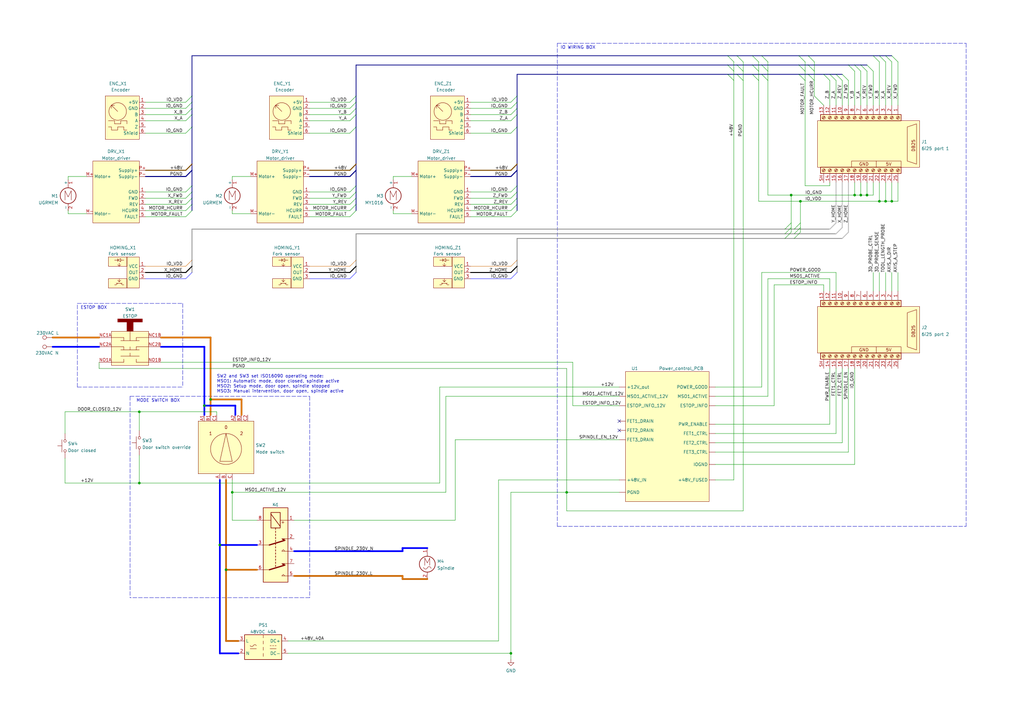
<source format=kicad_sch>
(kicad_sch (version 20210621) (generator eeschema)
  (paper "A3")
  (title_block (title "Sergei 2 CNC Wiring diagram") (date "2021-11-25") (rev "1") (company "Hacklab Jyväskylä / jpa"))
  (lib_symbols
    (symbol "Connector:TestPoint" (pin_numbers hide) (pin_names (offset 0.762) hide)
      (property "Reference" "TP" (at 0 6.858 0))
      (property "Value" "TestPoint" (at 0 5.08 0))
      (symbol "TestPoint_1_1"
        (pin passive line (at 0 0 90) (length 2.54) (name "1") (number "1"))
      )
    )
    (symbol "Converter_ACDC:VTX-214-015-112"
      (property "Reference" "PS" (at 0 8.89 0))
      (property "Value" "VTX-214-015-112" (at 0 6.35 0))
      (symbol "VTX-214-015-112_1_1"
        (pin no_connect line (at 0 -5.08 90) (length 2.54) hide (name "FG") (number "1"))
        (pin power_in line (at -10.16 -2.54 0) (length 2.54) (name "N") (number "2"))
        (pin power_in line (at -10.16 2.54 0) (length 2.54) (name "L") (number "3"))
        (pin power_out line (at 10.16 2.54 180) (length 2.54) (name "DC+") (number "4"))
        (pin power_out line (at 10.16 -2.54 180) (length 2.54) (name "DC-") (number "5"))
      )
    )
    (symbol "Motor:Motor_AC" (pin_names (offset 0))
      (property "Reference" "M" (at 2.54 2.54 0))
      (property "Value" "Motor_AC" (at 2.54 -5.08 0))
      (symbol "Motor_AC_1_1"
        (pin passive line (at 0 5.08 270) (length 2.54) (name "~") (number "1"))
        (pin passive line (at 0 -7.62 90) (length 2.54) (name "~") (number "2"))
      )
    )
    (symbol "Motor:Motor_DC" (pin_names (offset 0))
      (property "Reference" "M" (at 2.54 2.54 0))
      (property "Value" "Motor_DC" (at 2.54 -5.08 0))
      (symbol "Motor_DC_1_1"
        (pin passive line (at 0 5.08 270) (length 2.54) (name "+") (number "1"))
        (pin passive line (at 0 -7.62 90) (length 2.54) (name "-") (number "2"))
      )
    )
    (symbol "Relay:IM12"
      (property "Reference" "K" (at 16.51 3.81 0))
      (property "Value" "IM12" (at 16.51 1.27 0))
      (symbol "IM12_0_0"
        (text "+" (at -9.271 2.921 0) (effects (font (size 1.27 1.27))))
      )
      (symbol "IM12_1_1"
        (pin passive line (at -10.16 7.62 270) (length 2.54) (name "~") (number "1"))
        (pin passive line (at -2.54 7.62 270) (length 2.54) (name "~") (number "2"))
        (pin passive line (at 0 -7.62 90) (length 2.54) (name "~") (number "3"))
        (pin passive line (at 2.54 7.62 270) (length 2.54) (name "~") (number "4"))
        (pin passive line (at 12.7 7.62 270) (length 2.54) (name "~") (number "5"))
        (pin passive line (at 10.16 -7.62 90) (length 2.54) (name "~") (number "6"))
        (pin passive line (at 7.62 7.62 270) (length 2.54) (name "~") (number "7"))
        (pin passive line (at -10.16 -7.62 90) (length 2.54) (name "~") (number "8"))
      )
    )
    (symbol "Switch:SW_Push" (pin_numbers hide) (pin_names (offset 1.016) hide)
      (property "Reference" "SW" (at 1.27 2.54 0))
      (property "Value" "SW_Push" (at 0 -1.524 0))
      (symbol "SW_Push_0_1"
        (pin passive line (at -5.08 0 0) (length 2.54) (name "1") (number "1"))
        (pin passive line (at 5.08 0 180) (length 2.54) (name "2") (number "2"))
      )
    )
    (symbol "power:GND" (power) (pin_names (offset 0))
      (property "Value" "GND" (at 0 -3.81 0))
      (symbol "GND_1_1"
        (pin power_in line (at 0 0 270) (length 0) hide (name "GND") (number "1"))
      )
    )
    (symbol "sergei2_wiring:CAM_SWITCH_3POLE"
      (property "Reference" "U" (at 13.97 7.62 0))
      (property "Value" "CAM_SWITCH_3POLE" (at 21.59 5.08 0))
      (symbol "CAM_SWITCH_3POLE_0_0"
        (text "0" (at 0 7.62 0) (effects (font (size 1.27 1.27))))
        (text "1" (at -6.35 5.08 0) (effects (font (size 1.27 1.27))))
        (text "2" (at 6.35 5.08 0) (effects (font (size 1.27 1.27))))
        (pin unspecified line (at -2.54 -13.97 90) (length 2.54) (name "") (number "A"))
        (pin unspecified line (at -8.89 12.7 270) (length 2.54) (name "") (number "A1"))
        (pin unspecified line (at 3.81 12.7 270) (length 2.54) (name "") (number "A2"))
        (pin unspecified line (at 0 -13.97 90) (length 2.54) (name "") (number "B"))
        (pin unspecified line (at -6.35 12.7 270) (length 2.54) (name "") (number "B1"))
        (pin unspecified line (at 6.35 12.7 270) (length 2.54) (name "") (number "B2"))
        (pin unspecified line (at 2.54 -13.97 90) (length 2.54) (name "") (number "C"))
        (pin unspecified line (at -3.81 12.7 270) (length 2.54) (name "") (number "C1"))
        (pin unspecified line (at 8.89 12.7 270) (length 2.54) (name "") (number "C2"))
      )
    )
    (symbol "sergei2_wiring:DB25_breakout" (pin_names (offset 1.016) hide)
      (property "Reference" "J" (at 0 27.94 0))
      (property "Value" "DB25_breakout" (at 0 25.4 0))
      (symbol "DB25_breakout_0_0"
        (text "5V" (at 8.89 11.43 900) (effects (font (size 1.27 1.27))))
        (text "DB25" (at 1.27 21.59 0) (effects (font (size 1.27 1.27))))
        (text "GND" (at 8.89 1.27 900) (effects (font (size 1.27 1.27))))
      )
      (symbol "DB25_breakout_1_1"
        (pin passive line (at -15.24 15.24 0) (length 3.81) (name "") (number "1"))
        (pin passive line (at -15.24 -7.62 0) (length 3.81) (name "") (number "10"))
        (pin passive line (at -15.24 -10.16 0) (length 3.81) (name "") (number "11"))
        (pin passive line (at -15.24 -12.7 0) (length 3.81) (name "") (number "12"))
        (pin passive line (at -15.24 -15.24 0) (length 3.81) (name "") (number "13"))
        (pin passive line (at 16.51 -12.7 180) (length 3.81) (name "") (number "14"))
        (pin passive line (at 16.51 -10.16 180) (length 3.81) (name "") (number "15"))
        (pin passive line (at 16.51 -7.62 180) (length 3.81) (name "") (number "16"))
        (pin passive line (at 16.51 -5.08 180) (length 3.81) (name "") (number "17"))
        (pin passive line (at 16.51 -2.54 180) (length 3.81) (name "") (number "18"))
        (pin passive line (at 16.51 0 180) (length 3.81) (name "") (number "19"))
        (pin passive line (at -15.24 12.7 0) (length 3.81) (name "") (number "2"))
        (pin passive line (at 16.51 2.54 180) (length 3.81) (name "") (number "20"))
        (pin passive line (at 16.51 5.08 180) (length 3.81) (name "") (number "21"))
        (pin passive line (at 16.51 7.62 180) (length 3.81) (name "") (number "22"))
        (pin passive line (at 16.51 10.16 180) (length 3.81) (name "") (number "23"))
        (pin passive line (at 16.51 12.7 180) (length 3.81) (name "") (number "24"))
        (pin passive line (at 16.51 15.24 180) (length 3.81) (name "") (number "25"))
        (pin passive line (at -15.24 10.16 0) (length 3.81) (name "") (number "3"))
        (pin passive line (at -15.24 7.62 0) (length 3.81) (name "") (number "4"))
        (pin passive line (at -15.24 5.08 0) (length 3.81) (name "") (number "5"))
        (pin passive line (at -15.24 2.54 0) (length 3.81) (name "") (number "6"))
        (pin passive line (at -15.24 0 0) (length 3.81) (name "") (number "7"))
        (pin passive line (at -15.24 -2.54 0) (length 3.81) (name "") (number "8"))
        (pin passive line (at -15.24 -5.08 0) (length 3.81) (name "") (number "9"))
        (pin passive line (at 16.51 -15.24 180) (length 3.81) (name "SHIELD") (number "SH"))
      )
    )
    (symbol "sergei2_wiring:ESTOP"
      (property "Reference" "U" (at -5.08 6.35 0))
      (property "Value" "ESTOP" (at 1.27 6.35 0))
      (symbol "ESTOP_0_0"
        (pin unspecified line (at -12.7 -2.54 0) (length 5.12) (name "") (number "NC1A"))
        (pin unspecified line (at 12.7 -2.54 180) (length 5.12) (name "") (number "NC1B"))
        (pin unspecified line (at -12.7 -6.35 0) (length 5.12) (name "") (number "NC2A"))
        (pin unspecified line (at 12.7 -6.35 180) (length 5.12) (name "") (number "NC2B"))
        (pin unspecified line (at -12.7 -12.7 0) (length 5.12) (name "") (number "NO1A"))
        (pin unspecified line (at 12.7 -12.7 180) (length 5.12) (name "") (number "NO1B"))
      )
    )
    (symbol "sergei2_wiring:Encoder"
      (property "Reference" "U" (at -3.81 10.16 0))
      (property "Value" "Encoder" (at 5.08 10.16 0))
      (symbol "Encoder_0_0"
        (pin unspecified line (at -7.62 6.35 0) (length 2.54) (name "+5V") (number "1"))
        (pin unspecified line (at -7.62 3.81 0) (length 2.54) (name "GND") (number "2"))
        (pin unspecified line (at -7.62 1.27 0) (length 2.54) (name "B") (number "3"))
        (pin unspecified line (at -7.62 -1.27 0) (length 2.54) (name "A") (number "4"))
        (pin unspecified line (at -7.62 -3.81 0) (length 2.54) (name "Z") (number "5"))
        (pin unspecified line (at -7.62 -6.35 0) (length 2.54) (name "Shield") (number "6"))
      )
    )
    (symbol "sergei2_wiring:Fork sensor"
      (property "Reference" "U" (at -4.445 10.16 0))
      (property "Value" "Fork sensor" (at -0.635 7.62 0))
      (symbol "Fork sensor_0_0"
        (pin passive line (at -10.16 0 0) (length 2.54) (name "OUT") (number "2"))
        (pin passive line (at -10.16 -2.54 0) (length 2.54) (name "GND") (number "3"))
      )
      (symbol "Fork sensor_1_1"
        (pin passive line (at -10.16 2.54 0) (length 2.54) (name "VCC") (number "1"))
      )
    )
    (symbol "sergei2_wiring:Motor_driver"
      (property "Reference" "U" (at -5.08 15.24 0))
      (property "Value" "Motor_driver" (at 5.08 15.24 0))
      (symbol "Motor_driver_0_0"
        (pin unspecified line (at -11.43 1.27 0) (length 2.54) (name "GND") (number "1"))
        (pin unspecified line (at -11.43 -1.27 0) (length 2.54) (name "FWD") (number "2"))
        (pin unspecified line (at -11.43 -3.81 0) (length 2.54) (name "REV") (number "3"))
        (pin unspecified line (at -11.43 -6.35 0) (length 2.54) (name "HCURR") (number "4"))
        (pin unspecified line (at -11.43 -8.89 0) (length 2.54) (name "FAULT") (number "5"))
        (pin unspecified line (at 12.7 7.62 180) (length 2.54) (name "Motor+") (number "M+"))
        (pin unspecified line (at 12.7 -7.62 180) (length 2.54) (name "Motor-") (number "M-"))
        (pin unspecified line (at -11.43 10.16 0) (length 2.54) (name "Supply+") (number "P+"))
        (pin unspecified line (at -11.43 7.62 0) (length 2.54) (name "Supply-") (number "P-"))
      )
    )
    (symbol "sergei2_wiring:Power_control_PCB"
      (property "Reference" "U" (at -15.24 38.1 0))
      (property "Value" "Power_control_PCB" (at 6.35 38.1 0))
      (symbol "Power_control_PCB_0_0"
        (pin unspecified line (at -20.32 29.21 0) (length 2.54) (name "+12V_out") (number ""))
        (pin unspecified line (at 19.05 -8.89 180) (length 2.54) (name "+48V_FUSED") (number ""))
        (pin unspecified line (at -20.32 -8.89 0) (length 2.54) (name "+48V_IN") (number ""))
        (pin unspecified line (at 19.05 21.59 180) (length 2.54) (name "ESTOP_INFO") (number ""))
        (pin unspecified line (at -20.32 21.59 0) (length 2.54) (name "ESTOP_INFO_12V") (number ""))
        (pin unspecified line (at 19.05 10.16 180) (length 2.54) (name "FET1_CTRL") (number ""))
        (pin unspecified line (at -20.32 15.24 0) (length 2.54) (name "FET1_DRAIN") (number ""))
        (pin unspecified line (at 19.05 6.35 180) (length 2.54) (name "FET2_CTRL") (number ""))
        (pin unspecified line (at -20.32 11.43 0) (length 2.54) (name "FET2_DRAIN") (number ""))
        (pin unspecified line (at 19.05 2.54 180) (length 2.54) (name "FET3_CTRL") (number ""))
        (pin unspecified line (at -20.32 7.62 0) (length 2.54) (name "FET3_DRAIN") (number ""))
        (pin unspecified line (at 19.05 -2.54 180) (length 2.54) (name "IOGND") (number ""))
        (pin unspecified line (at 19.05 25.4 180) (length 2.54) (name "MSO1_ACTIVE") (number ""))
        (pin unspecified line (at -20.32 25.4 0) (length 2.54) (name "MSO1_ACTIVE_12V") (number ""))
        (pin unspecified line (at -20.32 -13.97 0) (length 2.54) (name "PGND") (number ""))
        (pin unspecified line (at 19.05 29.21 180) (length 2.54) (name "POWER_GOOD") (number ""))
        (pin unspecified line (at 19.05 13.97 180) (length 2.54) (name "PWR_ENABLE") (number ""))
      )
    )
  )
  (junction (at 232.41 201.93))
  (junction (at 95.25 201.93))
  (junction (at 92.71 233.68))
  (junction (at 365.76 82.55))
  (junction (at 57.15 198.12))
  (junction (at 328.295 82.55))
  (junction (at 324.485 80.01))
  (junction (at 86.36 163.83))
  (junction (at 360.68 82.55))
  (junction (at 353.06 80.01))
  (junction (at 57.15 168.91))
  (junction (at 350.52 80.01))
  (junction (at 363.22 82.55))
  (junction (at 209.55 267.97))
  (junction (at 90.17 223.52))
  (junction (at 83.82 166.37))
  (junction (at 355.6 80.01))
  (no_connect (at 254 172.72))
  (no_connect (at 254 176.53))
  (bus_entry (at 212.09 78.74) (size -2.54 2.54))
  (bus_entry (at 146.05 86.36) (size -2.54 2.54))
  (bus_entry (at 212.09 39.37) (size -2.54 2.54))
  (bus_entry (at 365.76 22.86) (size 2.54 2.54))
  (bus_entry (at 363.22 22.86) (size 2.54 2.54))
  (bus_entry (at 360.68 22.86) (size 2.54 2.54))
  (bus_entry (at 350.52 26.67) (size 2.54 2.54))
  (bus_entry (at 353.06 26.67) (size 2.54 2.54))
  (bus_entry (at 355.6 26.67) (size 2.54 2.54))
  (bus_entry (at 358.14 22.86) (size 2.54 2.54))
  (bus_entry (at 347.98 26.67) (size 2.54 2.54))
  (bus_entry (at 302.26 30.48) (size 2.54 2.54))
  (bus_entry (at 302.26 26.67) (size 2.54 2.54))
  (bus_entry (at 302.26 22.86) (size 2.54 2.54))
  (bus_entry (at 327.66 30.48) (size 2.54 2.54))
  (bus_entry (at 327.66 22.86) (size 2.54 2.54))
  (bus_entry (at 327.66 26.67) (size 2.54 2.54))
  (bus_entry (at 146.05 111.76) (size -2.54 2.54) (stroke (width 0) (color 0 0 255 1)))
  (bus_entry (at 78.74 83.82) (size -2.54 2.54))
  (bus_entry (at 78.74 39.37) (size -2.54 2.54))
  (bus_entry (at 78.74 41.91) (size -2.54 2.54))
  (bus_entry (at 78.74 52.07) (size -2.54 2.54))
  (bus_entry (at 78.74 46.99) (size -2.54 2.54))
  (bus_entry (at 78.74 44.45) (size -2.54 2.54))
  (bus_entry (at 78.74 86.36) (size -2.54 2.54))
  (bus_entry (at 78.74 78.74) (size -2.54 2.54))
  (bus_entry (at 78.74 81.28) (size -2.54 2.54))
  (bus_entry (at 78.74 67.31) (size -2.54 2.54) (stroke (width 0.4) (color 128 77 0 1)))
  (bus_entry (at 78.74 76.2) (size -2.54 2.54))
  (bus_entry (at 78.74 69.85) (size -2.54 2.54) (stroke (width 0.4) (color 0 0 132 1)))
  (bus_entry (at 212.09 67.31) (size -2.54 2.54) (stroke (width 0.4) (color 128 77 0 1)))
  (bus_entry (at 146.05 67.31) (size -2.54 2.54) (stroke (width 0.4) (color 128 77 0 1)))
  (bus_entry (at 212.09 76.2) (size -2.54 2.54))
  (bus_entry (at 212.09 41.91) (size -2.54 2.54))
  (bus_entry (at 212.09 111.76) (size -2.54 2.54) (stroke (width 0) (color 0 0 255 1)))
  (bus_entry (at 212.09 69.85) (size -2.54 2.54) (stroke (width 0.4) (color 0 0 132 1)))
  (bus_entry (at 212.09 46.99) (size -2.54 2.54))
  (bus_entry (at 212.09 86.36) (size -2.54 2.54))
  (bus_entry (at 212.09 83.82) (size -2.54 2.54))
  (bus_entry (at 345.44 97.79) (size 2.54 -2.54) (stroke (width 0.4) (color 194 194 194 1)))
  (bus_entry (at 340.36 93.98) (size 2.54 -2.54) (stroke (width 0.4) (color 194 194 194 1)))
  (bus_entry (at 342.9 95.885) (size 2.54 -2.54) (stroke (width 0.4) (color 194 194 194 1)))
  (bus_entry (at 212.09 52.07) (size -2.54 2.54))
  (bus_entry (at 331.47 22.86) (size 2.54 2.54))
  (bus_entry (at 331.47 26.67) (size 2.54 2.54))
  (bus_entry (at 331.47 30.48) (size 2.54 2.54))
  (bus_entry (at 212.09 44.45) (size -2.54 2.54))
  (bus_entry (at 146.05 52.07) (size -2.54 2.54))
  (bus_entry (at 146.05 39.37) (size -2.54 2.54))
  (bus_entry (at 312.42 30.48) (size 2.54 2.54))
  (bus_entry (at 312.42 26.67) (size 2.54 2.54))
  (bus_entry (at 312.42 22.86) (size 2.54 2.54))
  (bus_entry (at 308.61 26.67) (size 2.54 2.54))
  (bus_entry (at 308.61 30.48) (size 2.54 2.54))
  (bus_entry (at 308.61 22.86) (size 2.54 2.54))
  (bus_entry (at 146.05 41.91) (size -2.54 2.54))
  (bus_entry (at 146.05 44.45) (size -2.54 2.54))
  (bus_entry (at 146.05 83.82) (size -2.54 2.54))
  (bus_entry (at 146.05 76.2) (size -2.54 2.54))
  (bus_entry (at 146.05 69.85) (size -2.54 2.54) (stroke (width 0.4) (color 0 0 132 1)))
  (bus_entry (at 321.945 95.885) (size 2.54 -2.54))
  (bus_entry (at 321.945 93.98) (size 2.54 -2.54))
  (bus_entry (at 321.945 97.79) (size 2.54 -2.54))
  (bus_entry (at 212.09 109.22) (size -2.54 2.54) (stroke (width 0.4) (color 0 0 0 1)))
  (bus_entry (at 298.45 30.48) (size 2.54 2.54))
  (bus_entry (at 298.45 26.67) (size 2.54 2.54))
  (bus_entry (at 298.45 22.86) (size 2.54 2.54))
  (bus_entry (at 337.82 30.48) (size 2.54 2.54))
  (bus_entry (at 342.9 30.48) (size 2.54 2.54))
  (bus_entry (at 345.44 30.48) (size 2.54 2.54))
  (bus_entry (at 340.36 30.48) (size 2.54 2.54))
  (bus_entry (at 146.05 106.68) (size -2.54 2.54) (stroke (width 0) (color 204 102 0 1)))
  (bus_entry (at 212.09 106.68) (size -2.54 2.54) (stroke (width 0) (color 204 102 0 1)))
  (bus_entry (at 146.05 78.74) (size -2.54 2.54))
  (bus_entry (at 146.05 46.99) (size -2.54 2.54))
  (bus_entry (at 325.755 93.98) (size 2.54 -2.54))
  (bus_entry (at 325.755 95.885) (size 2.54 -2.54))
  (bus_entry (at 325.755 97.79) (size 2.54 -2.54))
  (bus_entry (at 146.05 109.22) (size -2.54 2.54) (stroke (width 0.4) (color 0 0 0 1)))
  (bus_entry (at 212.09 81.28) (size -2.54 2.54))
  (bus_entry (at 146.05 81.28) (size -2.54 2.54))
  (bus_entry (at 78.74 111.76) (size -2.54 2.54) (stroke (width 0) (color 0 0 255 1)))
  (bus_entry (at 78.74 109.22) (size -2.54 2.54) (stroke (width 0.4) (color 0 0 0 1)))
  (bus_entry (at 78.74 106.68) (size -2.54 2.54) (stroke (width 0) (color 204 102 0 1)))
  (wire (pts (xy 342.9 111.76) (xy 342.9 119.38)))
  (wire (pts (xy 355.6 74.93) (xy 355.6 80.01)))
  (wire (pts (xy 165.1 224.79) (xy 175.26 224.79)) (stroke (width 0.7) (color 0 0 255 1)))
  (wire (pts (xy 165.1 226.06) (xy 165.1 224.79)) (stroke (width 0.7) (color 0 0 255 1)))
  (wire (pts (xy 120.65 226.06) (xy 165.1 226.06)) (stroke (width 0.7) (color 0 0 255 1)))
  (wire (pts (xy 317.5 116.84) (xy 317.5 166.37)))
  (wire (pts (xy 337.82 116.84) (xy 317.5 116.84)))
  (wire (pts (xy 337.82 119.38) (xy 337.82 116.84)))
  (bus (pts (xy 78.74 69.85) (xy 78.74 76.2)))
  (bus (pts (xy 78.74 78.74) (xy 78.74 81.28)))
  (bus (pts (xy 78.74 81.28) (xy 78.74 83.82)))
  (bus (pts (xy 78.74 76.2) (xy 78.74 78.74)))
  (bus (pts (xy 78.74 67.31) (xy 78.74 69.85)))
  (bus (pts (xy 78.74 83.82) (xy 78.74 86.36)))
  (bus (pts (xy 78.74 39.37) (xy 78.74 41.91)))
  (bus (pts (xy 78.74 41.91) (xy 78.74 44.45)))
  (bus (pts (xy 78.74 44.45) (xy 78.74 46.99)))
  (bus (pts (xy 78.74 52.07) (xy 78.74 67.31)))
  (bus (pts (xy 78.74 46.99) (xy 78.74 52.07)))
  (bus (pts (xy 327.66 22.86) (xy 312.42 22.86)))
  (bus (pts (xy 298.45 22.86) (xy 78.74 22.86)))
  (bus (pts (xy 78.74 22.86) (xy 78.74 39.37)))
  (bus (pts (xy 358.14 22.86) (xy 331.47 22.86)))
  (bus (pts (xy 331.47 22.86) (xy 327.66 22.86)))
  (bus (pts (xy 312.42 22.86) (xy 308.61 22.86)))
  (bus (pts (xy 302.26 22.86) (xy 298.45 22.86)))
  (bus (pts (xy 308.61 22.86) (xy 302.26 22.86)))
  (bus (pts (xy 363.22 22.86) (xy 360.68 22.86)))
  (bus (pts (xy 365.76 22.86) (xy 363.22 22.86)))
  (bus (pts (xy 360.68 22.86) (xy 358.14 22.86)))
  (wire (pts (xy 76.2 78.74) (xy 59.69 78.74)))
  (wire (pts (xy 209.55 83.82) (xy 193.04 83.82)))
  (wire (pts (xy 161.29 72.39) (xy 161.29 73.66)))
  (wire (pts (xy 350.52 29.21) (xy 350.52 43.18)))
  (wire (pts (xy 353.06 29.21) (xy 353.06 43.18)))
  (wire (pts (xy 328.295 91.44) (xy 328.295 93.345)))
  (wire (pts (xy 328.295 93.345) (xy 328.295 95.25)))
  (wire (pts (xy 328.295 82.55) (xy 328.295 91.44)))
  (wire (pts (xy 76.2 81.28) (xy 59.69 81.28)))
  (wire (pts (xy 353.06 74.93) (xy 353.06 80.01)))
  (wire (pts (xy 21.59 138.43) (xy 40.64 138.43)) (stroke (width 0.7) (color 204 102 0 1)))
  (wire (pts (xy 358.14 111.76) (xy 358.14 119.38)))
  (wire (pts (xy 143.51 83.82) (xy 127 83.82)))
  (wire (pts (xy 95.25 213.36) (xy 95.25 201.93)))
  (wire (pts (xy 105.41 213.36) (xy 95.25 213.36)))
  (wire (pts (xy 143.51 109.22) (xy 127 109.22)) (stroke (width 0) (color 204 102 0 1)))
  (wire (pts (xy 340.36 33.02) (xy 340.36 43.18)))
  (wire (pts (xy 234.95 148.59) (xy 234.95 166.37)))
  (wire (pts (xy 254 166.37) (xy 234.95 166.37)))
  (wire (pts (xy 234.95 148.59) (xy 66.04 148.59)))
  (bus (pts (xy 212.09 111.76) (xy 212.09 109.22)) (stroke (width 0) (color 132 132 132 1)))
  (bus (pts (xy 212.09 106.68) (xy 212.09 97.79)) (stroke (width 0) (color 132 132 132 1)))
  (bus (pts (xy 212.09 109.22) (xy 212.09 106.68)) (stroke (width 0) (color 132 132 132 1)))
  (bus (pts (xy 212.09 97.79) (xy 321.945 97.79)) (stroke (width 0) (color 132 132 132 1)))
  (bus (pts (xy 321.945 97.79) (xy 325.755 97.79)) (stroke (width 0) (color 132 132 132 1)))
  (bus (pts (xy 325.755 97.79) (xy 345.44 97.79)) (stroke (width 0) (color 132 132 132 1)))
  (wire (pts (xy 368.3 25.4) (xy 368.3 43.18)))
  (wire (pts (xy 209.55 109.22) (xy 193.04 109.22)) (stroke (width 0) (color 204 102 0 1)))
  (wire (pts (xy 95.25 196.85) (xy 95.25 201.93)))
  (wire (pts (xy 90.17 196.85) (xy 90.17 223.52)) (stroke (width 0.7) (color 0 0 255 1)))
  (wire (pts (xy 90.17 223.52) (xy 90.17 267.97)) (stroke (width 0.7) (color 0 0 255 1)))
  (wire (pts (xy 90.17 267.97) (xy 97.79 267.97)) (stroke (width 0.7) (color 0 0 255 1)))
  (wire (pts (xy 143.51 111.76) (xy 127 111.76)) (stroke (width 0.4) (color 0 0 0 1)))
  (wire (pts (xy 293.37 190.5) (xy 350.52 190.5)))
  (wire (pts (xy 350.52 190.5) (xy 350.52 151.13)))
  (wire (pts (xy 57.15 198.12) (xy 180.34 198.12)))
  (wire (pts (xy 363.22 25.4) (xy 363.22 43.18)))
  (wire (pts (xy 209.55 81.28) (xy 193.04 81.28)))
  (wire (pts (xy 314.96 162.56) (xy 314.96 114.3)))
  (wire (pts (xy 314.96 114.3) (xy 340.36 114.3)))
  (wire (pts (xy 293.37 162.56) (xy 314.96 162.56)))
  (wire (pts (xy 143.51 54.61) (xy 127 54.61)))
  (wire (pts (xy 293.37 177.8) (xy 342.9 177.8)))
  (wire (pts (xy 342.9 177.8) (xy 342.9 151.13)))
  (wire (pts (xy 76.2 72.39) (xy 59.69 72.39)) (stroke (width 0.4) (color 0 0 132 1)))
  (wire (pts (xy 368.3 111.76) (xy 368.3 119.38)))
  (wire (pts (xy 209.55 72.39) (xy 193.04 72.39)) (stroke (width 0.4) (color 0 0 132 1)))
  (wire (pts (xy 347.98 74.93) (xy 347.98 95.25)) (stroke (width 0.4) (color 194 194 194 1)))
  (wire (pts (xy 363.22 74.93) (xy 363.22 82.55)))
  (wire (pts (xy 358.14 29.21) (xy 358.14 43.18)))
  (wire (pts (xy 95.25 86.36) (xy 95.25 87.63)))
  (wire (pts (xy 182.88 162.56) (xy 254 162.56)))
  (wire (pts (xy 95.25 201.93) (xy 182.88 201.93)))
  (wire (pts (xy 182.88 201.93) (xy 182.88 162.56)))
  (wire (pts (xy 76.2 49.53) (xy 59.69 49.53)))
  (wire (pts (xy 143.51 46.99) (xy 127 46.99)))
  (wire (pts (xy 76.2 69.85) (xy 59.69 69.85)) (stroke (width 0.4) (color 128 77 0 1)))
  (wire (pts (xy 345.44 74.93) (xy 345.44 93.345)) (stroke (width 0.4) (color 194 194 194 1)))
  (wire (pts (xy 76.2 41.91) (xy 59.69 41.91)))
  (wire (pts (xy 76.2 54.61) (xy 59.69 54.61)))
  (wire (pts (xy 347.98 33.02) (xy 347.98 43.18)))
  (polyline (pts (xy 228.6 215.9) (xy 396.24 215.9)))
  (polyline (pts (xy 396.24 17.78) (xy 396.24 215.9)))
  (polyline (pts (xy 228.6 215.9) (xy 228.6 17.78)))
  (polyline (pts (xy 228.6 17.78) (xy 396.24 17.78)))
  (wire (pts (xy 143.51 44.45) (xy 127 44.45)))
  (wire (pts (xy 209.55 46.99) (xy 193.04 46.99)))
  (wire (pts (xy 143.51 69.85) (xy 127 69.85)) (stroke (width 0.4) (color 128 77 0 1)))
  (wire (pts (xy 102.87 72.39) (xy 95.25 72.39)))
  (wire (pts (xy 324.485 80.01) (xy 324.485 91.44)))
  (wire (pts (xy 324.485 91.44) (xy 324.485 93.345)))
  (wire (pts (xy 324.485 93.345) (xy 324.485 95.25)))
  (wire (pts (xy 161.29 87.63) (xy 168.91 87.63)))
  (wire (pts (xy 324.485 80.01) (xy 350.52 80.01)))
  (wire (pts (xy 314.96 80.01) (xy 324.485 80.01)))
  (wire (pts (xy 76.2 114.3) (xy 59.69 114.3)) (stroke (width 0) (color 0 0 255 1)))
  (wire (pts (xy 168.91 72.39) (xy 161.29 72.39)))
  (wire (pts (xy 340.36 151.13) (xy 340.36 173.99)))
  (wire (pts (xy 340.36 173.99) (xy 293.37 173.99)))
  (wire (pts (xy 293.37 185.42) (xy 347.98 185.42)))
  (wire (pts (xy 347.98 185.42) (xy 347.98 151.13)))
  (wire (pts (xy 360.68 111.76) (xy 360.68 119.38)))
  (wire (pts (xy 66.04 138.43) (xy 86.36 138.43)) (stroke (width 0.7) (color 204 102 0 1)))
  (wire (pts (xy 57.15 186.69) (xy 57.15 198.12)))
  (wire (pts (xy 368.3 74.93) (xy 368.3 82.55)))
  (wire (pts (xy 360.68 82.55) (xy 363.22 82.55)))
  (wire (pts (xy 365.76 82.55) (xy 368.3 82.55)))
  (wire (pts (xy 363.22 82.55) (xy 365.76 82.55)))
  (wire (pts (xy 120.65 213.36) (xy 186.69 213.36)))
  (wire (pts (xy 161.29 86.36) (xy 161.29 87.63)))
  (polyline (pts (xy 53.34 162.56) (xy 53.34 245.11)))
  (polyline (pts (xy 127 162.56) (xy 127 245.11)))
  (polyline (pts (xy 127 245.11) (xy 53.34 245.11)))
  (polyline (pts (xy 53.34 162.56) (xy 127 162.56)))
  (wire (pts (xy 76.2 111.76) (xy 59.69 111.76)) (stroke (width 0.4) (color 0 0 0 1)))
  (wire (pts (xy 76.2 83.82) (xy 59.69 83.82)))
  (wire (pts (xy 232.41 201.93) (xy 254 201.93)))
  (wire (pts (xy 209.55 201.93) (xy 232.41 201.93)))
  (wire (pts (xy 118.11 267.97) (xy 209.55 267.97)))
  (wire (pts (xy 209.55 267.97) (xy 209.55 270.51)))
  (wire (pts (xy 209.55 201.93) (xy 209.55 267.97)))
  (wire (pts (xy 204.47 196.85) (xy 254 196.85)))
  (wire (pts (xy 118.11 262.89) (xy 204.47 262.89)))
  (wire (pts (xy 204.47 262.89) (xy 204.47 196.85)))
  (wire (pts (xy 209.55 54.61) (xy 193.04 54.61)))
  (polyline (pts (xy 74.93 124.46) (xy 74.93 158.75)))
  (polyline (pts (xy 31.75 158.75) (xy 31.75 124.46)))
  (polyline (pts (xy 31.75 124.46) (xy 74.93 124.46)))
  (polyline (pts (xy 31.75 158.75) (xy 74.93 158.75)))
  (wire (pts (xy 314.96 29.21) (xy 314.96 33.02)))
  (wire (pts (xy 314.96 25.4) (xy 314.96 29.21)))
  (wire (pts (xy 314.96 33.02) (xy 314.96 80.01)))
  (wire (pts (xy 293.37 181.61) (xy 345.44 181.61)))
  (wire (pts (xy 345.44 181.61) (xy 345.44 151.13)))
  (wire (pts (xy 209.55 114.3) (xy 193.04 114.3)) (stroke (width 0) (color 0 0 255 1)))
  (bus (pts (xy 146.05 44.45) (xy 146.05 46.99)))
  (bus (pts (xy 146.05 39.37) (xy 146.05 41.91)))
  (bus (pts (xy 146.05 41.91) (xy 146.05 44.45)))
  (bus (pts (xy 146.05 46.99) (xy 146.05 52.07)))
  (bus (pts (xy 146.05 52.07) (xy 146.05 67.31)))
  (bus (pts (xy 146.05 78.74) (xy 146.05 81.28)))
  (bus (pts (xy 146.05 81.28) (xy 146.05 83.82)))
  (bus (pts (xy 146.05 83.82) (xy 146.05 86.36)))
  (bus (pts (xy 146.05 69.85) (xy 146.05 76.2)))
  (bus (pts (xy 146.05 76.2) (xy 146.05 78.74)))
  (bus (pts (xy 146.05 67.31) (xy 146.05 69.85)))
  (bus (pts (xy 327.66 26.67) (xy 312.42 26.67)))
  (bus (pts (xy 312.42 26.67) (xy 308.61 26.67)))
  (bus (pts (xy 308.61 26.67) (xy 302.26 26.67)))
  (bus (pts (xy 298.45 26.67) (xy 146.05 26.67)))
  (bus (pts (xy 146.05 26.67) (xy 146.05 39.37)))
  (bus (pts (xy 347.98 26.67) (xy 331.47 26.67)))
  (bus (pts (xy 302.26 26.67) (xy 298.45 26.67)))
  (bus (pts (xy 331.47 26.67) (xy 327.66 26.67)))
  (bus (pts (xy 353.06 26.67) (xy 350.52 26.67)))
  (bus (pts (xy 355.6 26.67) (xy 353.06 26.67)))
  (bus (pts (xy 350.52 26.67) (xy 347.98 26.67)))
  (wire (pts (xy 143.51 41.91) (xy 127 41.91)))
  (wire (pts (xy 365.76 111.76) (xy 365.76 119.38)))
  (wire (pts (xy 209.55 86.36) (xy 193.04 86.36)))
  (wire (pts (xy 340.36 119.38) (xy 340.36 114.3)))
  (wire (pts (xy 76.2 88.9) (xy 59.69 88.9)))
  (wire (pts (xy 143.51 88.9) (xy 127 88.9)))
  (wire (pts (xy 143.51 81.28) (xy 127 81.28)))
  (bus (pts (xy 78.74 109.22) (xy 78.74 106.68)) (stroke (width 0) (color 132 132 132 1)))
  (bus (pts (xy 78.74 111.76) (xy 78.74 109.22)) (stroke (width 0) (color 132 132 132 1)))
  (bus (pts (xy 78.74 106.68) (xy 78.74 93.98)) (stroke (width 0) (color 132 132 132 1)))
  (wire (pts (xy 293.37 166.37) (xy 317.5 166.37)))
  (wire (pts (xy 27.94 87.63) (xy 35.56 87.63)))
  (wire (pts (xy 27.94 86.36) (xy 27.94 87.63)))
  (wire (pts (xy 365.76 74.93) (xy 365.76 82.55)))
  (wire (pts (xy 209.55 41.91) (xy 193.04 41.91)))
  (wire (pts (xy 95.25 72.39) (xy 95.25 73.66)))
  (wire (pts (xy 96.52 170.18) (xy 96.52 166.37)) (stroke (width 0.7) (color 0 0 255 1)))
  (wire (pts (xy 96.52 166.37) (xy 83.82 166.37)) (stroke (width 0.7) (color 0 0 255 1)))
  (wire (pts (xy 92.71 233.68) (xy 105.41 233.68)) (stroke (width 0.7) (color 204 102 0 1)))
  (wire (pts (xy 304.8 29.21) (xy 304.8 33.02)))
  (wire (pts (xy 304.8 25.4) (xy 304.8 29.21)))
  (wire (pts (xy 304.8 33.02) (xy 304.8 209.55)))
  (wire (pts (xy 300.99 29.21) (xy 300.99 33.02)))
  (wire (pts (xy 300.99 25.4) (xy 300.99 29.21)))
  (wire (pts (xy 300.99 33.02) (xy 300.99 196.85)))
  (wire (pts (xy 300.99 196.85) (xy 293.37 196.85)))
  (wire (pts (xy 180.34 158.75) (xy 254 158.75)))
  (wire (pts (xy 358.14 74.93) (xy 358.14 80.01)))
  (wire (pts (xy 360.68 25.4) (xy 360.68 43.18)))
  (wire (pts (xy 360.68 74.93) (xy 360.68 82.55)))
  (wire (pts (xy 143.51 78.74) (xy 127 78.74)))
  (wire (pts (xy 209.55 49.53) (xy 193.04 49.53)))
  (wire (pts (xy 86.36 138.43) (xy 86.36 163.83)) (stroke (width 0.7) (color 204 102 0 1)))
  (wire (pts (xy 86.36 163.83) (xy 86.36 170.18)) (stroke (width 0.7) (color 204 102 0 1)))
  (wire (pts (xy 143.51 49.53) (xy 127 49.53)))
  (bus (pts (xy 146.05 95.885) (xy 321.945 95.885)) (stroke (width 0) (color 132 132 132 1)))
  (bus (pts (xy 321.945 95.885) (xy 325.755 95.885)) (stroke (width 0) (color 132 132 132 1)))
  (bus (pts (xy 325.755 95.885) (xy 342.9 95.885)) (stroke (width 0) (color 132 132 132 1)))
  (wire (pts (xy 365.76 25.4) (xy 365.76 43.18)))
  (wire (pts (xy 26.67 187.96) (xy 26.67 198.12)))
  (wire (pts (xy 26.67 198.12) (xy 57.15 198.12)))
  (wire (pts (xy 180.34 198.12) (xy 180.34 158.75)))
  (wire (pts (xy 345.44 33.02) (xy 345.44 43.18)))
  (wire (pts (xy 209.55 111.76) (xy 193.04 111.76)) (stroke (width 0.4) (color 0 0 0 1)))
  (wire (pts (xy 143.51 72.39) (xy 127 72.39)) (stroke (width 0.4) (color 0 0 132 1)))
  (wire (pts (xy 363.22 111.76) (xy 363.22 119.38)))
  (wire (pts (xy 304.8 209.55) (xy 232.41 209.55)))
  (wire (pts (xy 232.41 209.55) (xy 232.41 201.93)))
  (wire (pts (xy 76.2 46.99) (xy 59.69 46.99)))
  (wire (pts (xy 35.56 72.39) (xy 27.94 72.39)))
  (wire (pts (xy 27.94 72.39) (xy 27.94 73.66)))
  (wire (pts (xy 209.55 44.45) (xy 193.04 44.45)))
  (wire (pts (xy 342.9 74.93) (xy 342.9 91.44)) (stroke (width 0.4) (color 194 194 194 1)))
  (wire (pts (xy 312.42 158.75) (xy 312.42 111.76)))
  (wire (pts (xy 312.42 111.76) (xy 342.9 111.76)))
  (wire (pts (xy 293.37 158.75) (xy 312.42 158.75)))
  (wire (pts (xy 21.59 142.24) (xy 40.64 142.24)) (stroke (width 0.7) (color 0 0 255 1)))
  (wire (pts (xy 186.69 180.34) (xy 254 180.34)))
  (wire (pts (xy 186.69 213.36) (xy 186.69 180.34)))
  (wire (pts (xy 330.2 33.02) (xy 330.2 29.21)))
  (wire (pts (xy 330.2 29.21) (xy 330.2 25.4)))
  (wire (pts (xy 340.36 74.93) (xy 340.36 76.2)))
  (wire (pts (xy 330.2 76.2) (xy 330.2 33.02)))
  (wire (pts (xy 340.36 76.2) (xy 330.2 76.2)))
  (wire (pts (xy 66.04 142.24) (xy 83.82 142.24)) (stroke (width 0.7) (color 0 0 255 1)))
  (wire (pts (xy 353.06 80.01) (xy 350.52 80.01)))
  (wire (pts (xy 350.52 80.01) (xy 350.52 74.93)))
  (wire (pts (xy 355.6 80.01) (xy 353.06 80.01)))
  (wire (pts (xy 358.14 80.01) (xy 355.6 80.01)))
  (wire (pts (xy 76.2 44.45) (xy 59.69 44.45)))
  (wire (pts (xy 76.2 86.36) (xy 59.69 86.36)))
  (wire (pts (xy 99.06 163.83) (xy 99.06 170.18)) (stroke (width 0.7) (color 204 102 0 1)))
  (wire (pts (xy 86.36 163.83) (xy 99.06 163.83)) (stroke (width 0.7) (color 204 102 0 1)))
  (wire (pts (xy 209.55 78.74) (xy 193.04 78.74)))
  (wire (pts (xy 175.26 237.49) (xy 165.1 237.49)) (stroke (width 0.7) (color 204 102 0 1)))
  (wire (pts (xy 165.1 237.49) (xy 165.1 236.22)) (stroke (width 0.7) (color 204 102 0 1)))
  (wire (pts (xy 120.65 236.22) (xy 165.1 236.22)) (stroke (width 0.7) (color 204 102 0 1)))
  (bus (pts (xy 78.74 93.98) (xy 321.945 93.98)) (stroke (width 0) (color 132 132 132 1)))
  (bus (pts (xy 325.755 93.98) (xy 340.36 93.98)) (stroke (width 0) (color 132 132 132 1)))
  (bus (pts (xy 321.945 93.98) (xy 325.755 93.98)) (stroke (width 0) (color 132 132 132 1)))
  (wire (pts (xy 143.51 86.36) (xy 127 86.36)))
  (wire (pts (xy 26.67 168.91) (xy 57.15 168.91)))
  (wire (pts (xy 26.67 177.8) (xy 26.67 168.91)))
  (wire (pts (xy 90.17 223.52) (xy 105.41 223.52)) (stroke (width 0.7) (color 0 0 255 1)))
  (wire (pts (xy 95.25 87.63) (xy 102.87 87.63)))
  (wire (pts (xy 209.55 69.85) (xy 193.04 69.85)) (stroke (width 0.4) (color 128 77 0 1)))
  (wire (pts (xy 355.6 29.21) (xy 355.6 43.18)))
  (wire (pts (xy 83.82 166.37) (xy 83.82 170.18)) (stroke (width 0.7) (color 0 0 255 1)))
  (wire (pts (xy 83.82 142.24) (xy 83.82 166.37)) (stroke (width 0.7) (color 0 0 255 1)))
  (wire (pts (xy 143.51 114.3) (xy 127 114.3)) (stroke (width 0) (color 0 0 255 1)))
  (wire (pts (xy 334.01 39.37) (xy 337.82 43.18)))
  (wire (pts (xy 334.01 29.21) (xy 334.01 33.02)))
  (wire (pts (xy 334.01 25.4) (xy 334.01 29.21)))
  (wire (pts (xy 334.01 33.02) (xy 334.01 39.37)))
  (bus (pts (xy 146.05 106.68) (xy 146.05 95.885)) (stroke (width 0) (color 132 132 132 1)))
  (bus (pts (xy 146.05 109.22) (xy 146.05 106.68)) (stroke (width 0) (color 132 132 132 1)))
  (bus (pts (xy 146.05 111.76) (xy 146.05 109.22)) (stroke (width 0) (color 132 132 132 1)))
  (wire (pts (xy 92.71 233.68) (xy 92.71 196.85)) (stroke (width 0.7) (color 204 102 0 1)))
  (wire (pts (xy 92.71 262.89) (xy 92.71 233.68)) (stroke (width 0.7) (color 204 102 0 1)))
  (wire (pts (xy 97.79 262.89) (xy 92.71 262.89)) (stroke (width 0.7) (color 204 102 0 1)))
  (wire (pts (xy 311.15 29.21) (xy 311.15 33.02)))
  (wire (pts (xy 311.15 25.4) (xy 311.15 29.21)))
  (wire (pts (xy 311.15 33.02) (xy 311.15 82.55)))
  (wire (pts (xy 311.15 82.55) (xy 328.295 82.55)))
  (wire (pts (xy 328.295 82.55) (xy 360.68 82.55)))
  (wire (pts (xy 40.64 151.13) (xy 232.41 151.13)) (stroke (width 0.15) (color 0 132 0 1)))
  (wire (pts (xy 232.41 151.13) (xy 232.41 201.93)) (stroke (width 0.15) (color 0 132 0 1)))
  (wire (pts (xy 209.55 88.9) (xy 193.04 88.9)))
  (wire (pts (xy 342.9 33.02) (xy 342.9 43.18)))
  (wire (pts (xy 76.2 109.22) (xy 59.69 109.22)) (stroke (width 0) (color 204 102 0 1)))
  (bus (pts (xy 212.09 41.91) (xy 212.09 44.45)))
  (bus (pts (xy 212.09 44.45) (xy 212.09 46.99)))
  (bus (pts (xy 212.09 39.37) (xy 212.09 41.91)))
  (bus (pts (xy 212.09 69.85) (xy 212.09 76.2)))
  (bus (pts (xy 212.09 46.99) (xy 212.09 52.07)))
  (bus (pts (xy 212.09 52.07) (xy 212.09 67.31)))
  (bus (pts (xy 212.09 83.82) (xy 212.09 86.36)))
  (bus (pts (xy 212.09 81.28) (xy 212.09 83.82)))
  (bus (pts (xy 212.09 76.2) (xy 212.09 78.74)))
  (bus (pts (xy 212.09 78.74) (xy 212.09 81.28)))
  (bus (pts (xy 212.09 67.31) (xy 212.09 69.85)))
  (bus (pts (xy 327.66 30.48) (xy 312.42 30.48)))
  (bus (pts (xy 312.42 30.48) (xy 308.61 30.48)))
  (bus (pts (xy 308.61 30.48) (xy 302.26 30.48)))
  (bus (pts (xy 298.45 30.48) (xy 212.09 30.48)))
  (bus (pts (xy 212.09 30.48) (xy 212.09 39.37)))
  (bus (pts (xy 337.82 30.48) (xy 331.47 30.48)))
  (bus (pts (xy 331.47 30.48) (xy 327.66 30.48)))
  (bus (pts (xy 302.26 30.48) (xy 298.45 30.48)))
  (bus (pts (xy 345.44 30.48) (xy 342.9 30.48)))
  (bus (pts (xy 340.36 30.48) (xy 337.82 30.48)))
  (bus (pts (xy 342.9 30.48) (xy 340.36 30.48)))
  (wire (pts (xy 40.64 148.59) (xy 40.64 151.13)) (stroke (width 0.15) (color 0 132 0 1)))
  (wire (pts (xy 88.9 170.18) (xy 88.9 168.91)))
  (wire (pts (xy 57.15 168.91) (xy 88.9 168.91)))
  (wire (pts (xy 57.15 168.91) (xy 57.15 176.53)))
  (text "SW2 and SW3 set ISO16090 operating mode:\nMSO1: Automatic mode, door closed, spindle active\nMSO2: Setup mode, door open, spindle stopped\nMSO3: Manual intervention, door open, spindle active\n" (at 88.9 161.29 0) (effects (font (size 1.27 1.27)) (justify left bottom)))
  (text "ESTOP BOX" (at 33.02 127 0) (effects (font (size 1.27 1.27)) (justify left bottom)))
  (text "MODE SWITCH BOX" (at 55.88 165.1 0) (effects (font (size 1.27 1.27)) (justify left bottom)))
  (text "IO WIRING BOX" (at 229.87 20.32 0) (effects (font (size 1.27 1.27)) (justify left bottom)))
  (label "IO_GND" (at 208.28 54.61 180))
  (label "Z_B" (at 340.36 40.64 90))
  (label "MSO1_ACTIVE_12V" (at 238.76 162.56 0))
  (label "IO_GND" (at 74.93 54.61 180))
  (label "MOTOR_FAULT" (at 208.28 88.9 180))
  (label "X_HOME" (at 345.44 83.82 270))
  (label "Y_FWD" (at 358.14 40.64 90))
  (label "SPINDLE_230V_N" (at 137.16 226.06 0))
  (label "+48V" (at 300.99 50.8 270))
  (label "IO_VDD" (at 208.28 109.22 180))
  (label "IO_GND" (at 208.28 44.45 180))
  (label "AXIS_A_DIR" (at 365.76 111.76 90))
  (label "PGND" (at 95.25 151.13 0))
  (label "MSO1_ACTIVE" (at 323.85 114.3 0))
  (label "FET2_CTRL" (at 345.44 162.56 90))
  (label "X_REV" (at 365.76 40.64 90))
  (label "IO_VDD" (at 330.2 82.55 0))
  (label "PGND" (at 74.93 72.39 180))
  (label "Z_A" (at 342.9 40.64 90))
  (label "IO_VDD" (at 142.24 41.91 180))
  (label "IO_VDD" (at 208.28 41.91 180))
  (label "IO_GND" (at 208.28 114.3 180))
  (label "IO_GND" (at 208.28 78.74 180))
  (label "Z_A" (at 208.28 49.53 180))
  (label "MOTOR_HCURR" (at 208.28 86.36 180))
  (label "MOTOR_HCURR" (at 142.24 86.36 180))
  (label "DOOR_CLOSED_12V" (at 31.75 168.91 0))
  (label "SPINDLE_EN" (at 347.98 152.4 270))
  (label "X_FWD" (at 74.93 81.28 180))
  (label "IO_GND" (at 142.24 114.3 180))
  (label "+48V" (at 208.28 69.85 180))
  (label "IO_VDD" (at 142.24 109.22 180))
  (label "SPINDLE_230V_L" (at 137.16 236.22 0))
  (label "Z_HOME" (at 208.28 111.76 180))
  (label "MOTOR_FAULT" (at 142.24 88.9 180))
  (label "3D_PROBE_SENSE" (at 360.68 111.76 90))
  (label "ESTOP_INFO_12V" (at 238.76 166.37 0))
  (label "IO_GND" (at 330.2 80.01 0))
  (label "Z_HOME" (at 347.98 83.82 270))
  (label "X_B" (at 74.93 46.99 180))
  (label "MOTOR_FAULT" (at 330.2 46.99 90))
  (label "IO_GND" (at 142.24 78.74 180))
  (label "PGND" (at 208.28 72.39 180))
  (label "Y_HOME" (at 342.9 83.82 270))
  (label "X_REV" (at 74.93 83.82 180))
  (label "+48V_40A" (at 123.19 262.89 0))
  (label "Y_B" (at 142.24 46.99 180))
  (label "X_B" (at 360.68 40.64 90))
  (label "PGND" (at 304.6721 50.7991 270))
  (label "MOTOR_FAULT" (at 74.93 88.9 180))
  (label "IO_GND" (at 74.93 44.45 180))
  (label "Z_FWD" (at 347.98 40.64 90))
  (label "+48V" (at 74.93 69.85 180))
  (label "ESTOP_INFO" (at 323.85 116.84 0))
  (label "ESTOP_INFO_12V" (at 95.25 148.59 0))
  (label "Z_FWD" (at 208.28 81.28 180))
  (label "Y_REV" (at 355.6 40.64 90))
  (label "IO_GND" (at 74.93 78.74 180))
  (label "Z_B" (at 208.28 46.99 180))
  (label "Z_REV" (at 208.28 83.82 180))
  (label "PWR_ENABLE" (at 340.36 152.4 270))
  (label "IO_GND" (at 142.24 54.61 180))
  (label "+12V" (at 246.38 158.75 0))
  (label "IO_GND" (at 350.52 152.4 270))
  (label "X_A" (at 363.22 40.64 90))
  (label "Y_B" (at 350.52 40.64 90))
  (label "IO_VDD" (at 74.93 109.22 180))
  (label "3D_PROBE_CTRL" (at 358.14 111.76 90))
  (label "FET1_CTRL" (at 342.9 152.4 270))
  (label "MOTOR_HCURR" (at 74.93 86.36 180))
  (label "SPINDLE_EN_12V" (at 237.49 180.34 0))
  (label "AXIS_A_STEP" (at 368.3 111.76 90))
  (label "X_A" (at 74.93 49.53 180))
  (label "Z_REV" (at 345.44 40.64 90))
  (label "X_FWD" (at 368.3 40.64 90))
  (label "IO_GND" (at 74.93 114.3 180))
  (label "TOOL_LENGTH_PROBE" (at 363.22 111.76 90))
  (label "MSO1_ACTIVE_12V" (at 100.33 201.93 0))
  (label "IO_VDD" (at 74.93 41.91 180))
  (label "+12V" (at 33.02 198.12 0))
  (label "X_HOME" (at 74.93 111.76 180))
  (label "IO_GND" (at 142.24 44.45 180))
  (label "Y_REV" (at 142.24 83.82 180))
  (label "Y_A" (at 353.06 40.64 90))
  (label "POWER_GOOD" (at 323.85 111.76 0))
  (label "MOTOR_HCURR" (at 334.01 33.02 270))
  (label "Y_HOME" (at 142.24 111.76 180))
  (label "+48V" (at 142.24 69.85 180))
  (label "Y_FWD" (at 142.24 81.28 180))
  (label "PGND" (at 142.24 72.39 180))
  (label "Y_A" (at 142.24 49.53 180))
  (symbol (lib_id "Motor:Motor_DC") (at 95.25 78.74 0) (mirror y) (unit 1)
    (property "Reference" "M2" (at 91.2368 80.3715 0) (effects (justify left)))
    (property "Value" "UGRMEM" (at 91.2368 83.1466 0) (effects (justify left)))
  )
  (symbol (lib_id "Switch:SW_Push") (at 57.15 181.61 90) (unit 1)
    (property "Reference" "SW3" (at 58.293 180.7015 90) (effects (justify right)))
    (property "Value" "Door switch override" (at 58.293 183.4766 90) (effects (justify right)))
  )
  (symbol (lib_id "sergei2_wiring:Encoder") (at 185.42 48.26 0) (mirror y) (unit 1)
    (property "Reference" "ENC_Z1" (at 185.42 34.29 0) (effects (justify left)))
    (property "Value" "Encoder" (at 186.69 36.83 0) (effects (justify left)))
  )
  (symbol (lib_id "sergei2_wiring:Motor_driver") (at 181.61 80.01 0) (mirror y) (unit 1)
    (property "Reference" "DRV_Z1" (at 180.975 62.1243 0))
    (property "Value" "Motor_driver" (at 180.975 64.8994 0))
  )
  (symbol (lib_id "sergei2_wiring:Fork sensor") (at 49.53 111.76 0) (mirror y) (unit 1)
    (property "Reference" "HOMING_X1" (at 55.88 101.6 0) (effects (justify left)))
    (property "Value" "Fork sensor" (at 55.88 104.14 0) (effects (justify left)))
  )
  (symbol (lib_id "sergei2_wiring:Fork sensor") (at 182.88 111.76 0) (mirror y) (unit 1)
    (property "Reference" "HOMING_Z1" (at 189.23 101.6 0) (effects (justify left)))
    (property "Value" "Fork sensor" (at 189.23 104.14 0) (effects (justify left)))
  )
  (symbol (lib_id "sergei2_wiring:DB25_breakout") (at 353.06 134.62 270) (unit 1)
    (property "Reference" "J2" (at 377.9012 134.3465 90) (effects (justify left)))
    (property "Value" "6i25 port 2" (at 377.9012 137.1216 90) (effects (justify left)))
  )
  (symbol (lib_id "sergei2_wiring:Encoder") (at 119.38 48.26 0) (mirror y) (unit 1)
    (property "Reference" "ENC_Y1" (at 119.38 34.29 0) (effects (justify left)))
    (property "Value" "Encoder" (at 120.65 36.83 0) (effects (justify left)))
  )
  (symbol (lib_id "sergei2_wiring:Motor_driver") (at 115.57 80.01 0) (mirror y) (unit 1)
    (property "Reference" "DRV_Y1" (at 114.935 62.1243 0))
    (property "Value" "Motor_driver" (at 114.935 64.8994 0))
  )
  (symbol (lib_id "Motor:Motor_DC") (at 27.94 78.74 0) (mirror y) (unit 1)
    (property "Reference" "M1" (at 23.9268 80.3715 0) (effects (justify left)))
    (property "Value" "UGRMEM" (at 23.9268 83.1466 0) (effects (justify left)))
  )
  (symbol (lib_id "Converter_ACDC:VTX-214-015-112") (at 107.95 265.43 0) (unit 1)
    (property "Reference" "PS1" (at 107.95 256.3835 0))
    (property "Value" "48VDC 40A" (at 107.95 259.1586 0))
    (property "Footprint" "Converter_ACDC:Converter_ACDC_Vigortronix_VTX-214-015-1xx_THT" (effects hide))
    (property "Datasheet" "http://www.vigortronix.com/15WattSMPSPCBModuleAC-DC" (effects hide))
  )
  (symbol (lib_id "sergei2_wiring:Encoder") (at 52.07 48.26 0) (mirror y) (unit 1)
    (property "Reference" "ENC_X1" (at 52.07 34.29 0) (effects (justify left)))
    (property "Value" "Encoder" (at 53.34 36.83 0) (effects (justify left)))
  )
  (symbol (lib_id "sergei2_wiring:Power_control_PCB") (at 274.32 187.96 0) (unit 1)
    (property "Reference" "U1" (at 260.35 151.13 0))
    (property "Value" "Power_control_PCB" (at 279.4 151.13 0))
  )
  (symbol (lib_id "sergei2_wiring:Fork sensor") (at 116.84 111.76 0) (mirror y) (unit 1)
    (property "Reference" "HOMING_Y1" (at 123.19 101.6 0) (effects (justify left)))
    (property "Value" "Fork sensor" (at 123.19 104.14 0) (effects (justify left)))
  )
  (symbol (lib_id "power:GND") (at 209.55 270.51 0) (unit 1)
    (property "Reference" "#PWR02" (effects hide))
    (property "Value" "GND" (at 209.55 275.0724 0))
  )
  (symbol (lib_id "Motor:Motor_AC") (at 175.26 229.87 0) (unit 1)
    (property "Reference" "M4" (at 179.2732 230.2315 0) (effects (justify left)))
    (property "Value" "Spindle" (at 179.2732 233.0066 0) (effects (justify left)))
  )
  (symbol (lib_id "sergei2_wiring:DB25_breakout") (at 353.06 58.42 270) (unit 1)
    (property "Reference" "J1" (at 377.9012 58.1465 90) (effects (justify left)))
    (property "Value" "6i25 port 1" (at 377.9012 60.9216 90) (effects (justify left)))
  )
  (symbol (lib_id "Connector:TestPoint") (at 21.59 138.43 90) (unit 1)
    (property "Reference" "TP1" (effects hide))
    (property "Value" "230VAC L" (at 19.558 136.6036 90))
  )
  (symbol (lib_id "sergei2_wiring:ESTOP") (at 53.34 135.89 0) (unit 1)
    (property "Reference" "SW1" (at 53.34 126.8943 0))
    (property "Value" "ESTOP" (at 53.34 129.6694 0))
  )
  (symbol (lib_id "Connector:TestPoint") (at 21.59 142.24 90) (unit 1)
    (property "Reference" "TP2" (effects hide))
    (property "Value" "230VAC N" (at 24.13 144.78 90) (effects (justify left)))
  )
  (symbol (lib_id "sergei2_wiring:CAM_SWITCH_3POLE") (at 92.71 182.88 0) (unit 1)
    (property "Reference" "SW2" (at 104.8512 182.6065 0) (effects (justify left)))
    (property "Value" "Mode switch" (at 104.8512 185.3816 0) (effects (justify left)))
  )
  (symbol (lib_id "Motor:Motor_DC") (at 161.29 78.74 0) (mirror y) (unit 1)
    (property "Reference" "M3" (at 157.2769 80.3715 0) (effects (justify left)))
    (property "Value" "MY1016" (at 157.2769 83.1466 0) (effects (justify left)))
  )
  (symbol (lib_id "Relay:IM12") (at 113.03 223.52 270) (unit 1)
    (property "Reference" "K1" (at 113.03 207.01 90))
    (property "Value" "~" (at 113.03 207.0886 90))
    (property "Datasheet" "http://www.te.com/commerce/DocumentDelivery/DDEController?Action=srchrtrv&DocNm=108-98001&DocType=SS&DocLang=EN" (effects hide))
  )
  (symbol (lib_id "sergei2_wiring:Motor_driver") (at 48.26 80.01 0) (mirror y) (unit 1)
    (property "Reference" "DRV_X1" (at 47.625 62.1243 0))
    (property "Value" "Motor_driver" (at 47.625 64.8994 0))
  )
  (symbol (lib_id "Switch:SW_Push") (at 26.67 182.88 90) (unit 1)
    (property "Reference" "SW4" (at 27.813 181.9715 90) (effects (justify right)))
    (property "Value" "Door closed" (at 27.813 184.7466 90) (effects (justify right)))
  )
)
</source>
